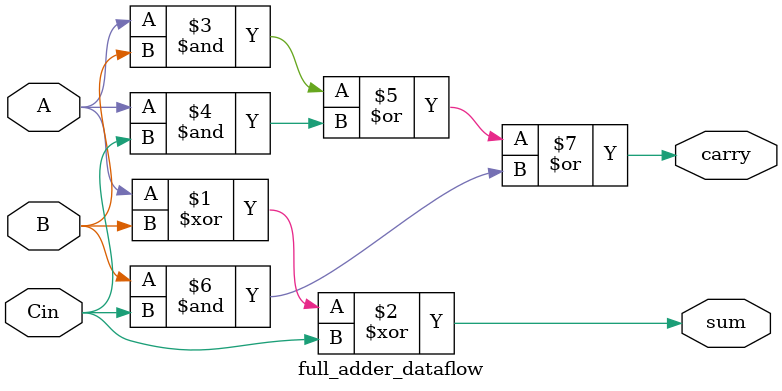
<source format=v>
module full_adder_dataflow(
    input A, B, Cin,
    output sum, carry
);
    assign sum = A ^ B ^ Cin;
    assign carry = (A & B) | (A & Cin) | (B & Cin);

endmodule
</source>
